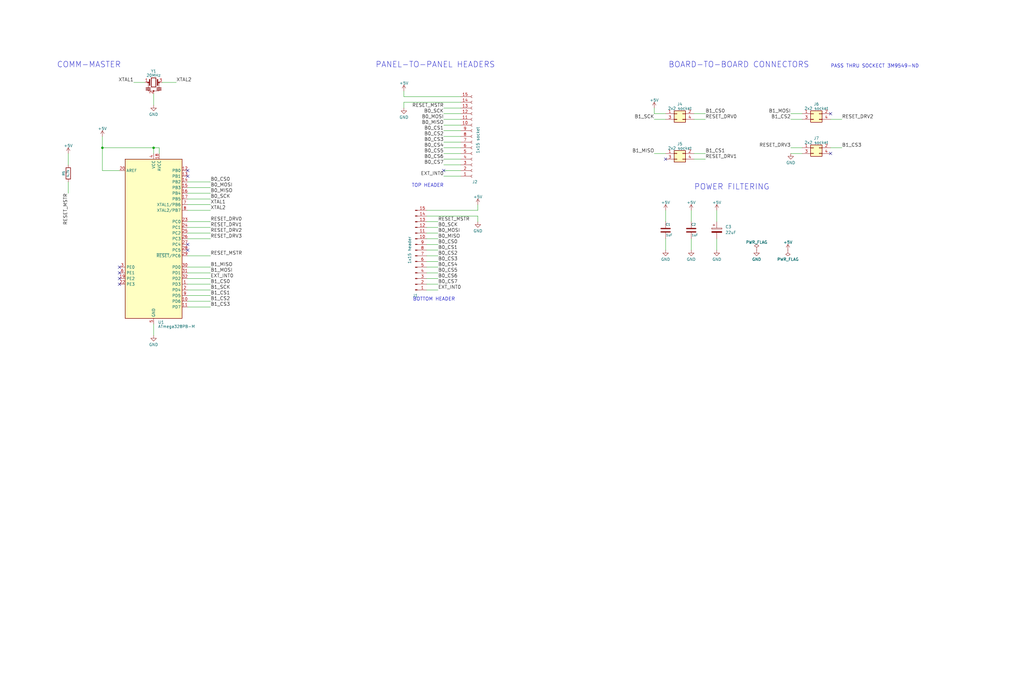
<source format=kicad_sch>
(kicad_sch (version 20230121) (generator eeschema)
  (paper "User" 457.2 304.8)
  (lib_symbols
    (symbol "Connector:Conn_01x15_Pin" (pin_names (offset 1.016) hide)
      (property "Reference" "J" (at 0 20.32 0))
      (property "Value" "Conn_01x15_Pin" (at 0 -20.32 0))
      (symbol "Conn_01x15_Pin_1_1"
        (polyline (pts (xy 1.27 -17.78) (xy 0.8636 -17.78)) (stroke (width 0.1524)))
        (polyline (pts (xy 1.27 -15.24) (xy 0.8636 -15.24)) (stroke (width 0.1524)))
        (polyline (pts (xy 1.27 -12.7) (xy 0.8636 -12.7)) (stroke (width 0.1524)))
        (polyline (pts (xy 1.27 -10.16) (xy 0.8636 -10.16)) (stroke (width 0.1524)))
        (polyline (pts (xy 1.27 -7.62) (xy 0.8636 -7.62)) (stroke (width 0.1524)))
        (polyline (pts (xy 1.27 -5.08) (xy 0.8636 -5.08)) (stroke (width 0.1524)))
        (polyline (pts (xy 1.27 -2.54) (xy 0.8636 -2.54)) (stroke (width 0.1524)))
        (polyline (pts (xy 1.27 0) (xy 0.8636 0)) (stroke (width 0.1524)))
        (polyline (pts (xy 1.27 2.54) (xy 0.8636 2.54)) (stroke (width 0.1524)))
        (polyline (pts (xy 1.27 5.08) (xy 0.8636 5.08)) (stroke (width 0.1524)))
        (polyline (pts (xy 1.27 7.62) (xy 0.8636 7.62)) (stroke (width 0.1524)))
        (polyline (pts (xy 1.27 10.16) (xy 0.8636 10.16)) (stroke (width 0.1524)))
        (polyline (pts (xy 1.27 12.7) (xy 0.8636 12.7)) (stroke (width 0.1524)))
        (polyline (pts (xy 1.27 15.24) (xy 0.8636 15.24)) (stroke (width 0.1524)))
        (polyline (pts (xy 1.27 17.78) (xy 0.8636 17.78)) (stroke (width 0.1524)))
        (rectangle (start 0.8636 -17.653) (end 0 -17.907) (stroke (width 0.1524)) (fill (type outline)))
        (rectangle (start 0.8636 -15.113) (end 0 -15.367) (stroke (width 0.1524)) (fill (type outline)))
        (rectangle (start 0.8636 -12.573) (end 0 -12.827) (stroke (width 0.1524)) (fill (type outline)))
        (rectangle (start 0.8636 -10.033) (end 0 -10.287) (stroke (width 0.1524)) (fill (type outline)))
        (rectangle (start 0.8636 -7.493) (end 0 -7.747) (stroke (width 0.1524)) (fill (type outline)))
        (rectangle (start 0.8636 -4.953) (end 0 -5.207) (stroke (width 0.1524)) (fill (type outline)))
        (rectangle (start 0.8636 -2.413) (end 0 -2.667) (stroke (width 0.1524)) (fill (type outline)))
        (rectangle (start 0.8636 0.127) (end 0 -0.127) (stroke (width 0.1524)) (fill (type outline)))
        (rectangle (start 0.8636 2.667) (end 0 2.413) (stroke (width 0.1524)) (fill (type outline)))
        (rectangle (start 0.8636 5.207) (end 0 4.953) (stroke (width 0.1524)) (fill (type outline)))
        (rectangle (start 0.8636 7.747) (end 0 7.493) (stroke (width 0.1524)) (fill (type outline)))
        (rectangle (start 0.8636 10.287) (end 0 10.033) (stroke (width 0.1524)) (fill (type outline)))
        (rectangle (start 0.8636 12.827) (end 0 12.573) (stroke (width 0.1524)) (fill (type outline)))
        (rectangle (start 0.8636 15.367) (end 0 15.113) (stroke (width 0.1524)) (fill (type outline)))
        (rectangle (start 0.8636 17.907) (end 0 17.653) (stroke (width 0.1524)) (fill (type outline)))
        (pin passive line (at 5.08 17.78 180) (length 3.81) (name "Pin_1") (number "1"))
        (pin passive line (at 5.08 -5.08 180) (length 3.81) (name "Pin_10") (number "10"))
        (pin passive line (at 5.08 -7.62 180) (length 3.81) (name "Pin_11") (number "11"))
        (pin passive line (at 5.08 -10.16 180) (length 3.81) (name "Pin_12") (number "12"))
        (pin passive line (at 5.08 -12.7 180) (length 3.81) (name "Pin_13") (number "13"))
        (pin passive line (at 5.08 -15.24 180) (length 3.81) (name "Pin_14") (number "14"))
        (pin passive line (at 5.08 -17.78 180) (length 3.81) (name "Pin_15") (number "15"))
        (pin passive line (at 5.08 15.24 180) (length 3.81) (name "Pin_2") (number "2"))
        (pin passive line (at 5.08 12.7 180) (length 3.81) (name "Pin_3") (number "3"))
        (pin passive line (at 5.08 10.16 180) (length 3.81) (name "Pin_4") (number "4"))
        (pin passive line (at 5.08 7.62 180) (length 3.81) (name "Pin_5") (number "5"))
        (pin passive line (at 5.08 5.08 180) (length 3.81) (name "Pin_6") (number "6"))
        (pin passive line (at 5.08 2.54 180) (length 3.81) (name "Pin_7") (number "7"))
        (pin passive line (at 5.08 0 180) (length 3.81) (name "Pin_8") (number "8"))
        (pin passive line (at 5.08 -2.54 180) (length 3.81) (name "Pin_9") (number "9"))
      )
    )
    (symbol "Connector:Conn_01x15_Socket" (pin_names (offset 1.016) hide)
      (property "Reference" "J" (at 0 20.32 0))
      (property "Value" "Conn_01x15_Socket" (at 0 -20.32 0))
      (symbol "Conn_01x15_Socket_1_1"
        (arc (start 0 -17.272) (mid -0.5058 -17.78) (end 0 -18.288) (stroke (width 0.1524)))
        (arc (start 0 -14.732) (mid -0.5058 -15.24) (end 0 -15.748) (stroke (width 0.1524)))
        (arc (start 0 -12.192) (mid -0.5058 -12.7) (end 0 -13.208) (stroke (width 0.1524)))
        (arc (start 0 -9.652) (mid -0.5058 -10.16) (end 0 -10.668) (stroke (width 0.1524)))
        (arc (start 0 -7.112) (mid -0.5058 -7.62) (end 0 -8.128) (stroke (width 0.1524)))
        (arc (start 0 -4.572) (mid -0.5058 -5.08) (end 0 -5.588) (stroke (width 0.1524)))
        (arc (start 0 -2.032) (mid -0.5058 -2.54) (end 0 -3.048) (stroke (width 0.1524)))
        (polyline (pts (xy -1.27 -17.78) (xy -0.508 -17.78)) (stroke (width 0.1524)))
        (polyline (pts (xy -1.27 -15.24) (xy -0.508 -15.24)) (stroke (width 0.1524)))
        (polyline (pts (xy -1.27 -12.7) (xy -0.508 -12.7)) (stroke (width 0.1524)))
        (polyline (pts (xy -1.27 -10.16) (xy -0.508 -10.16)) (stroke (width 0.1524)))
        (polyline (pts (xy -1.27 -7.62) (xy -0.508 -7.62)) (stroke (width 0.1524)))
        (polyline (pts (xy -1.27 -5.08) (xy -0.508 -5.08)) (stroke (width 0.1524)))
        (polyline (pts (xy -1.27 -2.54) (xy -0.508 -2.54)) (stroke (width 0.1524)))
        (polyline (pts (xy -1.27 0) (xy -0.508 0)) (stroke (width 0.1524)))
        (polyline (pts (xy -1.27 2.54) (xy -0.508 2.54)) (stroke (width 0.1524)))
        (polyline (pts (xy -1.27 5.08) (xy -0.508 5.08)) (stroke (width 0.1524)))
        (polyline (pts (xy -1.27 7.62) (xy -0.508 7.62)) (stroke (width 0.1524)))
        (polyline (pts (xy -1.27 10.16) (xy -0.508 10.16)) (stroke (width 0.1524)))
        (polyline (pts (xy -1.27 12.7) (xy -0.508 12.7)) (stroke (width 0.1524)))
        (polyline (pts (xy -1.27 15.24) (xy -0.508 15.24)) (stroke (width 0.1524)))
        (polyline (pts (xy -1.27 17.78) (xy -0.508 17.78)) (stroke (width 0.1524)))
        (arc (start 0 0.508) (mid -0.5058 0) (end 0 -0.508) (stroke (width 0.1524)))
        (arc (start 0 3.048) (mid -0.5058 2.54) (end 0 2.032) (stroke (width 0.1524)))
        (arc (start 0 5.588) (mid -0.5058 5.08) (end 0 4.572) (stroke (width 0.1524)))
        (arc (start 0 8.128) (mid -0.5058 7.62) (end 0 7.112) (stroke (width 0.1524)))
        (arc (start 0 10.668) (mid -0.5058 10.16) (end 0 9.652) (stroke (width 0.1524)))
        (arc (start 0 13.208) (mid -0.5058 12.7) (end 0 12.192) (stroke (width 0.1524)))
        (arc (start 0 15.748) (mid -0.5058 15.24) (end 0 14.732) (stroke (width 0.1524)))
        (arc (start 0 18.288) (mid -0.5058 17.78) (end 0 17.272) (stroke (width 0.1524)))
        (pin passive line (at -5.08 17.78 0) (length 3.81) (name "Pin_1") (number "1"))
        (pin passive line (at -5.08 -5.08 0) (length 3.81) (name "Pin_10") (number "10"))
        (pin passive line (at -5.08 -7.62 0) (length 3.81) (name "Pin_11") (number "11"))
        (pin passive line (at -5.08 -10.16 0) (length 3.81) (name "Pin_12") (number "12"))
        (pin passive line (at -5.08 -12.7 0) (length 3.81) (name "Pin_13") (number "13"))
        (pin passive line (at -5.08 -15.24 0) (length 3.81) (name "Pin_14") (number "14"))
        (pin passive line (at -5.08 -17.78 0) (length 3.81) (name "Pin_15") (number "15"))
        (pin passive line (at -5.08 15.24 0) (length 3.81) (name "Pin_2") (number "2"))
        (pin passive line (at -5.08 12.7 0) (length 3.81) (name "Pin_3") (number "3"))
        (pin passive line (at -5.08 10.16 0) (length 3.81) (name "Pin_4") (number "4"))
        (pin passive line (at -5.08 7.62 0) (length 3.81) (name "Pin_5") (number "5"))
        (pin passive line (at -5.08 5.08 0) (length 3.81) (name "Pin_6") (number "6"))
        (pin passive line (at -5.08 2.54 0) (length 3.81) (name "Pin_7") (number "7"))
        (pin passive line (at -5.08 0 0) (length 3.81) (name "Pin_8") (number "8"))
        (pin passive line (at -5.08 -2.54 0) (length 3.81) (name "Pin_9") (number "9"))
      )
    )
    (symbol "Connector_Generic:Conn_02x02_Odd_Even" (pin_names (offset 1.016) hide)
      (property "Reference" "J" (at 1.27 2.54 0))
      (property "Value" "Conn_02x02_Odd_Even" (at 1.27 -5.08 0))
      (symbol "Conn_02x02_Odd_Even_1_1"
        (rectangle (start -1.27 -2.413) (end 0 -2.667) (stroke (width 0.1524)))
        (rectangle (start -1.27 0.127) (end 0 -0.127) (stroke (width 0.1524)))
        (rectangle (start -1.27 1.27) (end 3.81 -3.81) (stroke (width 0.254)) (fill (type background)))
        (rectangle (start 3.81 -2.413) (end 2.54 -2.667) (stroke (width 0.1524)))
        (rectangle (start 3.81 0.127) (end 2.54 -0.127) (stroke (width 0.1524)))
        (pin passive line (at -5.08 0 0) (length 3.81) (name "Pin_1") (number "1"))
        (pin passive line (at 7.62 0 180) (length 3.81) (name "Pin_2") (number "2"))
        (pin passive line (at -5.08 -2.54 0) (length 3.81) (name "Pin_3") (number "3"))
        (pin passive line (at 7.62 -2.54 180) (length 3.81) (name "Pin_4") (number "4"))
      )
    )
    (symbol "Device:C" (pin_numbers hide) (pin_names (offset 0.254))
      (property "Reference" "C" (at 0.635 2.54 0))
      (property "Value" "C" (at 0.635 -2.54 0))
      (symbol "C_0_1"
        (polyline (pts (xy -2.032 -0.762) (xy 2.032 -0.762)) (stroke (width 0.508)))
        (polyline (pts (xy -2.032 0.762) (xy 2.032 0.762)) (stroke (width 0.508)))
      )
      (symbol "C_1_1"
        (pin passive line (at 0 3.81 270) (length 2.794) (name "~") (number "1"))
        (pin passive line (at 0 -3.81 90) (length 2.794) (name "~") (number "2"))
      )
    )
    (symbol "Device:C_Polarized" (pin_numbers hide) (pin_names (offset 0.254))
      (property "Reference" "C" (at 0.635 2.54 0))
      (property "Value" "C_Polarized" (at 0.635 -2.54 0))
      (symbol "C_Polarized_0_1"
        (rectangle (start -2.286 0.508) (end 2.286 1.016))
        (polyline (pts (xy -1.778 2.286) (xy -0.762 2.286)))
        (polyline (pts (xy -1.27 2.794) (xy -1.27 1.778)))
        (rectangle (start 2.286 -0.508) (end -2.286 -1.016) (fill (type outline)))
      )
      (symbol "C_Polarized_1_1"
        (pin passive line (at 0 3.81 270) (length 2.794) (name "~") (number "1"))
        (pin passive line (at 0 -3.81 90) (length 2.794) (name "~") (number "2"))
      )
    )
    (symbol "Device:R" (pin_numbers hide) (pin_names (offset 0))
      (property "Reference" "R" (at 2.032 0 90))
      (property "Value" "R" (at 0 0 90))
      (symbol "R_0_1"
        (rectangle (start -1.016 -2.54) (end 1.016 2.54) (stroke (width 0.254)))
      )
      (symbol "R_1_1"
        (pin passive line (at 0 3.81 270) (length 1.27) (name "~") (number "1"))
        (pin passive line (at 0 -3.81 90) (length 1.27) (name "~") (number "2"))
      )
    )
    (symbol "Device:Resonator" (pin_names (offset 1.016) hide)
      (property "Reference" "Y" (at 0 5.715 0))
      (property "Value" "Resonator" (at 0 3.81 0))
      (symbol "Resonator_0_1"
        (rectangle (start -3.429 -3.175) (end -1.397 -3.429) (fill (type outline)))
        (rectangle (start -3.429 -2.413) (end -1.397 -2.667) (fill (type outline)))
        (circle (center -2.413 0) (radius 0.254) (fill (type outline)))
        (rectangle (start -1.016 2.032) (end 1.016 -2.032) (stroke (width 0.3048)))
        (circle (center 0 -3.81) (radius 0.254) (fill (type outline)))
        (polyline (pts (xy -2.413 -2.413) (xy -2.413 0)))
        (polyline (pts (xy -1.905 0) (xy -3.175 0)))
        (polyline (pts (xy -1.778 -1.27) (xy -1.778 1.27)) (stroke (width 0.508)))
        (polyline (pts (xy 1.778 -1.27) (xy 1.778 1.27)) (stroke (width 0.508)))
        (polyline (pts (xy 1.905 0) (xy 2.54 0)))
        (polyline (pts (xy 2.413 0) (xy 2.413 -2.54)))
        (polyline (pts (xy 2.413 -3.302) (xy 2.413 -3.81) (xy -2.413 -3.81) (xy -2.413 -3.302)))
        (rectangle (start 1.397 -3.175) (end 3.429 -3.429) (fill (type outline)))
        (rectangle (start 1.397 -2.413) (end 3.429 -2.667) (fill (type outline)))
        (circle (center 2.413 0) (radius 0.254) (fill (type outline)))
      )
      (symbol "Resonator_1_1"
        (pin passive line (at -3.81 0 0) (length 1.27) (name "1") (number "1"))
        (pin passive line (at 0 -5.08 90) (length 1.27) (name "2") (number "2"))
        (pin passive line (at 3.81 0 180) (length 1.27) (name "3") (number "3"))
      )
    )
    (symbol "MCU_Microchip_ATmega:ATmega328PB-M"
      (property "Reference" "U" (at -12.7 36.83 0))
      (property "Value" "ATmega328PB-M" (at 2.54 -36.83 0))
      (symbol "ATmega328PB-M_0_1"
        (rectangle (start -12.7 -35.56) (end 12.7 35.56) (stroke (width 0.254)) (fill (type background)))
      )
      (symbol "ATmega328PB-M_1_1"
        (pin bidirectional line (at 15.24 -20.32 180) (length 2.54) (name "PD3") (number "1"))
        (pin bidirectional line (at 15.24 -27.94 180) (length 2.54) (name "PD6") (number "10"))
        (pin bidirectional line (at 15.24 -30.48 180) (length 2.54) (name "PD7") (number "11"))
        (pin bidirectional line (at 15.24 30.48 180) (length 2.54) (name "PB0") (number "12"))
        (pin bidirectional line (at 15.24 27.94 180) (length 2.54) (name "PB1") (number "13"))
        (pin bidirectional line (at 15.24 25.4 180) (length 2.54) (name "PB2") (number "14"))
        (pin bidirectional line (at 15.24 22.86 180) (length 2.54) (name "PB3") (number "15"))
        (pin bidirectional line (at 15.24 20.32 180) (length 2.54) (name "PB4") (number "16"))
        (pin bidirectional line (at 15.24 17.78 180) (length 2.54) (name "PB5") (number "17"))
        (pin power_in line (at 2.54 38.1 270) (length 2.54) (name "AVCC") (number "18"))
        (pin bidirectional line (at -15.24 -17.78 0) (length 2.54) (name "PE2") (number "19"))
        (pin bidirectional line (at 15.24 -22.86 180) (length 2.54) (name "PD4") (number "2"))
        (pin passive line (at -15.24 30.48 0) (length 2.54) (name "AREF") (number "20"))
        (pin passive line (at 0 -38.1 90) (length 2.54) hide (name "GND") (number "21"))
        (pin bidirectional line (at -15.24 -20.32 0) (length 2.54) (name "PE3") (number "22"))
        (pin bidirectional line (at 15.24 7.62 180) (length 2.54) (name "PC0") (number "23"))
        (pin bidirectional line (at 15.24 5.08 180) (length 2.54) (name "PC1") (number "24"))
        (pin bidirectional line (at 15.24 2.54 180) (length 2.54) (name "PC2") (number "25"))
        (pin bidirectional line (at 15.24 0 180) (length 2.54) (name "PC3") (number "26"))
        (pin bidirectional line (at 15.24 -2.54 180) (length 2.54) (name "PC4") (number "27"))
        (pin bidirectional line (at 15.24 -5.08 180) (length 2.54) (name "PC5") (number "28"))
        (pin bidirectional line (at 15.24 -7.62 180) (length 2.54) (name "~{RESET}/PC6") (number "29"))
        (pin bidirectional line (at -15.24 -12.7 0) (length 2.54) (name "PE0") (number "3"))
        (pin bidirectional line (at 15.24 -12.7 180) (length 2.54) (name "PD0") (number "30"))
        (pin bidirectional line (at 15.24 -15.24 180) (length 2.54) (name "PD1") (number "31"))
        (pin bidirectional line (at 15.24 -17.78 180) (length 2.54) (name "PD2") (number "32"))
        (pin passive line (at 0 -38.1 90) (length 2.54) hide (name "GND") (number "33"))
        (pin power_in line (at 0 38.1 270) (length 2.54) (name "VCC") (number "4"))
        (pin power_in line (at 0 -38.1 90) (length 2.54) (name "GND") (number "5"))
        (pin bidirectional line (at -15.24 -15.24 0) (length 2.54) (name "PE1") (number "6"))
        (pin bidirectional line (at 15.24 15.24 180) (length 2.54) (name "XTAL1/PB6") (number "7"))
        (pin bidirectional line (at 15.24 12.7 180) (length 2.54) (name "XTAL2/PB7") (number "8"))
        (pin bidirectional line (at 15.24 -25.4 180) (length 2.54) (name "PD5") (number "9"))
      )
    )
    (symbol "power:+5V" (power) (pin_names (offset 0))
      (property "Value" "+5V" (at 0 3.556 0))
      (symbol "+5V_0_1"
        (polyline (pts (xy -0.762 1.27) (xy 0 2.54)))
        (polyline (pts (xy 0 0) (xy 0 2.54)))
        (polyline (pts (xy 0 2.54) (xy 0.762 1.27)))
      )
      (symbol "+5V_1_1"
        (pin power_in line (at 0 0 90) (length 0) hide (name "+5V") (number "1"))
      )
    )
    (symbol "power:GND" (power) (pin_names (offset 0))
      (property "Value" "GND" (at 0 -3.81 0))
      (symbol "GND_0_1"
        (polyline (pts (xy 0 0) (xy 0 -1.27) (xy 1.27 -1.27) (xy 0 -2.54) (xy -1.27 -1.27) (xy 0 -1.27)))
      )
      (symbol "GND_1_1"
        (pin power_in line (at 0 0 270) (length 0) hide (name "GND") (number "1"))
      )
    )
    (symbol "power:PWR_FLAG" (power) (pin_numbers hide) (pin_names (offset 0) hide)
      (property "Value" "PWR_FLAG" (at 0 3.81 0))
      (symbol "PWR_FLAG_0_0"
        (pin power_out line (at 0 0 90) (length 0) (name "pwr") (number "1"))
      )
      (symbol "PWR_FLAG_0_1"
        (polyline (pts (xy 0 0) (xy 0 1.27) (xy -1.016 1.905) (xy 0 2.54) (xy 1.016 1.905) (xy 0 1.27)))
      )
    )
  )
  (junction (at 68.58 66.04))
  (junction (at 45.72 66.04))
  (no_connect (at 198.12 76.2))
  (no_connect (at 83.82 78.74))
  (no_connect (at 370.84 68.58))
  (no_connect (at 297.18 71.12))
  (no_connect (at 370.84 50.8))
  (no_connect (at 53.34 127))
  (no_connect (at 53.34 124.46))
  (no_connect (at 83.82 109.22))
  (no_connect (at 83.82 111.76))
  (no_connect (at 53.34 119.38))
  (no_connect (at 83.82 76.2))
  (no_connect (at 53.34 121.92))
  (wire (pts (xy 213.36 91.44) (xy 213.36 93.98)))
  (wire (pts (xy 190.5 109.22) (xy 195.58 109.22)))
  (wire (pts (xy 53.34 76.2) (xy 45.72 76.2)))
  (wire (pts (xy 198.12 78.74) (xy 205.74 78.74)))
  (wire (pts (xy 68.58 41.91) (xy 68.58 46.99)))
  (wire (pts (xy 190.5 99.06) (xy 195.58 99.06)))
  (wire (pts (xy 308.61 93.98) (xy 308.61 99.06)))
  (wire (pts (xy 180.34 45.72) (xy 205.74 45.72)))
  (wire (pts (xy 68.58 66.04) (xy 71.12 66.04)))
  (wire (pts (xy 83.82 114.3) (xy 93.98 114.3)))
  (wire (pts (xy 198.12 53.34) (xy 205.74 53.34)))
  (wire (pts (xy 353.06 66.04) (xy 358.14 66.04)))
  (wire (pts (xy 198.12 63.5) (xy 205.74 63.5)))
  (wire (pts (xy 83.82 121.92) (xy 93.98 121.92)))
  (wire (pts (xy 190.5 127) (xy 195.58 127)))
  (wire (pts (xy 292.1 48.26) (xy 292.1 50.8)))
  (wire (pts (xy 309.88 71.12) (xy 314.96 71.12)))
  (wire (pts (xy 198.12 58.42) (xy 205.74 58.42)))
  (wire (pts (xy 190.5 119.38) (xy 195.58 119.38)))
  (wire (pts (xy 292.1 53.34) (xy 297.18 53.34)))
  (wire (pts (xy 353.06 68.58) (xy 358.14 68.58)))
  (wire (pts (xy 83.82 137.16) (xy 93.98 137.16)))
  (wire (pts (xy 190.5 111.76) (xy 195.58 111.76)))
  (wire (pts (xy 320.04 106.68) (xy 320.04 111.76)))
  (wire (pts (xy 83.82 93.98) (xy 93.98 93.98)))
  (wire (pts (xy 297.18 106.68) (xy 297.18 111.76)))
  (wire (pts (xy 353.06 53.34) (xy 358.14 53.34)))
  (wire (pts (xy 198.12 76.2) (xy 205.74 76.2)))
  (wire (pts (xy 83.82 91.44) (xy 93.98 91.44)))
  (wire (pts (xy 68.58 68.58) (xy 68.58 66.04)))
  (wire (pts (xy 83.82 124.46) (xy 93.98 124.46)))
  (wire (pts (xy 83.82 129.54) (xy 93.98 129.54)))
  (wire (pts (xy 190.5 96.52) (xy 213.36 96.52)))
  (wire (pts (xy 370.84 53.34) (xy 375.92 53.34)))
  (wire (pts (xy 180.34 45.72) (xy 180.34 48.26)))
  (wire (pts (xy 83.82 119.38) (xy 93.98 119.38)))
  (wire (pts (xy 72.39 36.83) (xy 78.74 36.83)))
  (wire (pts (xy 83.82 132.08) (xy 93.98 132.08)))
  (wire (pts (xy 309.88 53.34) (xy 314.96 53.34)))
  (wire (pts (xy 297.18 50.8) (xy 292.1 50.8)))
  (wire (pts (xy 213.36 96.52) (xy 213.36 99.06)))
  (wire (pts (xy 190.5 114.3) (xy 195.58 114.3)))
  (wire (pts (xy 198.12 66.04) (xy 205.74 66.04)))
  (wire (pts (xy 198.12 71.12) (xy 205.74 71.12)))
  (wire (pts (xy 30.48 68.58) (xy 30.48 73.66)))
  (wire (pts (xy 45.72 66.04) (xy 45.72 76.2)))
  (wire (pts (xy 71.12 68.58) (xy 71.12 66.04)))
  (wire (pts (xy 198.12 73.66) (xy 205.74 73.66)))
  (wire (pts (xy 83.82 81.28) (xy 93.98 81.28)))
  (wire (pts (xy 370.84 66.04) (xy 375.92 66.04)))
  (wire (pts (xy 30.48 81.28) (xy 30.48 86.36)))
  (wire (pts (xy 198.12 68.58) (xy 205.74 68.58)))
  (wire (pts (xy 198.12 55.88) (xy 205.74 55.88)))
  (wire (pts (xy 198.12 50.8) (xy 205.74 50.8)))
  (wire (pts (xy 320.04 93.98) (xy 320.04 99.06)))
  (wire (pts (xy 198.12 60.96) (xy 205.74 60.96)))
  (wire (pts (xy 45.72 66.04) (xy 68.58 66.04)))
  (wire (pts (xy 292.1 68.58) (xy 297.18 68.58)))
  (wire (pts (xy 309.88 50.8) (xy 314.96 50.8)))
  (wire (pts (xy 353.06 50.8) (xy 358.14 50.8)))
  (wire (pts (xy 83.82 104.14) (xy 93.98 104.14)))
  (wire (pts (xy 190.5 106.68) (xy 195.58 106.68)))
  (wire (pts (xy 83.82 134.62) (xy 93.98 134.62)))
  (wire (pts (xy 190.5 121.92) (xy 195.58 121.92)))
  (wire (pts (xy 59.69 36.83) (xy 64.77 36.83)))
  (wire (pts (xy 68.58 144.78) (xy 68.58 149.86)))
  (wire (pts (xy 83.82 83.82) (xy 93.98 83.82)))
  (wire (pts (xy 83.82 127) (xy 93.98 127)))
  (wire (pts (xy 83.82 101.6) (xy 93.98 101.6)))
  (wire (pts (xy 297.18 93.98) (xy 297.18 99.06)))
  (wire (pts (xy 190.5 116.84) (xy 195.58 116.84)))
  (wire (pts (xy 83.82 86.36) (xy 93.98 86.36)))
  (wire (pts (xy 180.34 40.64) (xy 180.34 43.18)))
  (wire (pts (xy 190.5 129.54) (xy 195.58 129.54)))
  (wire (pts (xy 83.82 106.68) (xy 93.98 106.68)))
  (wire (pts (xy 190.5 93.98) (xy 213.36 93.98)))
  (wire (pts (xy 83.82 88.9) (xy 93.98 88.9)))
  (wire (pts (xy 309.88 68.58) (xy 314.96 68.58)))
  (wire (pts (xy 198.12 48.26) (xy 205.74 48.26)))
  (wire (pts (xy 180.34 43.18) (xy 205.74 43.18)))
  (wire (pts (xy 190.5 101.6) (xy 195.58 101.6)))
  (wire (pts (xy 308.61 106.68) (xy 308.61 111.76)))
  (wire (pts (xy 45.72 60.96) (xy 45.72 66.04)))
  (wire (pts (xy 190.5 104.14) (xy 195.58 104.14)))
  (wire (pts (xy 190.5 124.46) (xy 195.58 124.46)))
  (wire (pts (xy 83.82 99.06) (xy 93.98 99.06)))
  (text "PANEL-TO-PANEL HEADERS" (at 167.64 30.48 0) (effects (font (size 2.54 2.54)) (justify left bottom)))
  (text "TOP HEADER" (at 198.12 83.82 0) (effects (font (size 1.524 1.524)) (justify right bottom)))
  (text "COMM-MASTER" (at 25.4 30.48 0) (effects (font (size 2.54 2.54)) (justify left bottom)))
  (text "POWER FILTERING" (at 309.88 85.09 0) (effects (font (size 2.54 2.54)) (justify left bottom)))
  (text "BOTTOM HEADER" (at 203.2 134.62 0) (effects (font (size 1.524 1.524)) (justify right bottom)))
  (text "PASS THRU SOCKECT 3M9549-ND" (at 370.84 30.48 0) (effects (font (size 1.524 1.524)) (justify left bottom)))
  (text "BOARD-TO-BOARD CONNECTORS" (at 298.45 30.48 0) (effects (font (size 2.54 2.54)) (justify left bottom)))
  (label "B0_CS0" (at 93.98 81.28 0) (effects (font (size 1.524 1.524))))
  (label "B0_CS1" (at 198.12 58.42 180) (effects (font (size 1.524 1.524))))
  (label "B0_CS4" (at 198.12 66.04 180) (effects (font (size 1.524 1.524))))
  (label "B0_SCK" (at 195.58 101.6 0) (effects (font (size 1.524 1.524))))
  (label "B0_CS0" (at 195.58 109.22 0) (effects (font (size 1.524 1.524))))
  (label "RESET_DRV1" (at 314.96 71.12 0) (effects (font (size 1.524 1.524))))
  (label "XTAL2" (at 78.74 36.83 0) (effects (font (size 1.524 1.524))))
  (label "B0_CS5" (at 198.12 68.58 180) (effects (font (size 1.524 1.524))))
  (label "XTAL2" (at 93.98 93.98 0) (effects (font (size 1.524 1.524))))
  (label "RESET_DRV3" (at 93.98 106.68 0) (effects (font (size 1.524 1.524))))
  (label "B1_CS0" (at 314.96 50.8 0) (effects (font (size 1.524 1.524))))
  (label "B0_CS2" (at 195.58 114.3 0) (effects (font (size 1.524 1.524))))
  (label "B0_CS1" (at 195.58 111.76 0) (effects (font (size 1.524 1.524))))
  (label "RESET_MSTR" (at 30.48 86.36 270) (effects (font (size 1.524 1.524))))
  (label "RESET_MSTR" (at 93.98 114.3 0) (effects (font (size 1.524 1.524))))
  (label "B0_MOSI" (at 93.98 83.82 0) (effects (font (size 1.524 1.524))))
  (label "B0_MOSI" (at 195.58 104.14 0) (effects (font (size 1.524 1.524))))
  (label "EXT_INT0" (at 93.98 124.46 0) (effects (font (size 1.524 1.524))))
  (label "B1_CS2" (at 93.98 134.62 0) (effects (font (size 1.524 1.524))))
  (label "B1_CS1" (at 314.96 68.58 0) (effects (font (size 1.524 1.524))))
  (label "B0_MISO" (at 198.12 55.88 180) (effects (font (size 1.524 1.524))))
  (label "B0_CS4" (at 195.58 119.38 0) (effects (font (size 1.524 1.524))))
  (label "B0_CS2" (at 198.12 60.96 180) (effects (font (size 1.524 1.524))))
  (label "RESET_DRV0" (at 93.98 99.06 0) (effects (font (size 1.524 1.524))))
  (label "B0_MISO" (at 93.98 86.36 0) (effects (font (size 1.524 1.524))))
  (label "B0_CS6" (at 195.58 124.46 0) (effects (font (size 1.524 1.524))))
  (label "B1_CS2" (at 353.06 53.34 180) (effects (font (size 1.524 1.524))))
  (label "B1_CS3" (at 93.98 137.16 0) (effects (font (size 1.524 1.524))))
  (label "B1_CS1" (at 93.98 132.08 0) (effects (font (size 1.524 1.524))))
  (label "B0_CS7" (at 195.58 127 0) (effects (font (size 1.524 1.524))))
  (label "B0_CS5" (at 195.58 121.92 0) (effects (font (size 1.524 1.524))))
  (label "RESET_MSTR" (at 198.12 48.26 180) (effects (font (size 1.524 1.524))))
  (label "RESET_MSTR" (at 195.58 99.06 0) (effects (font (size 1.524 1.524))))
  (label "RESET_DRV1" (at 93.98 101.6 0) (effects (font (size 1.524 1.524))))
  (label "B1_SCK" (at 292.1 53.34 180) (effects (font (size 1.524 1.524))))
  (label "XTAL1" (at 93.98 91.44 0) (effects (font (size 1.524 1.524))))
  (label "B1_CS0" (at 93.98 127 0) (effects (font (size 1.524 1.524))))
  (label "B0_SCK" (at 198.12 50.8 180) (effects (font (size 1.524 1.524))))
  (label "B0_CS6" (at 198.12 71.12 180) (effects (font (size 1.524 1.524))))
  (label "B1_MISO" (at 292.1 68.58 180) (effects (font (size 1.524 1.524))))
  (label "XTAL1" (at 59.69 36.83 180) (effects (font (size 1.524 1.524))))
  (label "B0_SCK" (at 93.98 88.9 0) (effects (font (size 1.524 1.524))))
  (label "B0_CS7" (at 198.12 73.66 180) (effects (font (size 1.524 1.524))))
  (label "RESET_DRV0" (at 314.96 53.34 0) (effects (font (size 1.524 1.524))))
  (label "RESET_DRV2" (at 375.92 53.34 0) (effects (font (size 1.524 1.524))))
  (label "B1_SCK" (at 93.98 129.54 0) (effects (font (size 1.524 1.524))))
  (label "B0_MOSI" (at 198.12 53.34 180) (effects (font (size 1.524 1.524))))
  (label "EXT_INT0" (at 195.58 129.54 0) (effects (font (size 1.524 1.524))))
  (label "B1_MOSI" (at 353.06 50.8 180) (effects (font (size 1.524 1.524))))
  (label "B1_MISO" (at 93.98 119.38 0) (effects (font (size 1.524 1.524))))
  (label "B0_MISO" (at 195.58 106.68 0) (effects (font (size 1.524 1.524))))
  (label "B1_MOSI" (at 93.98 121.92 0) (effects (font (size 1.524 1.524))))
  (label "B1_CS3" (at 375.92 66.04 0) (effects (font (size 1.524 1.524))))
  (label "RESET_DRV2" (at 93.98 104.14 0) (effects (font (size 1.524 1.524))))
  (label "B0_CS3" (at 195.58 116.84 0) (effects (font (size 1.524 1.524))))
  (label "RESET_DRV3" (at 353.06 66.04 180) (effects (font (size 1.524 1.524))))
  (label "EXT_INT0" (at 198.12 78.74 180) (effects (font (size 1.524 1.524))))
  (label "B0_CS3" (at 198.12 63.5 180) (effects (font (size 1.524 1.524))))
  (symbol (lib_id "Device:R") (at 30.48 77.47 180) (unit 1)
    (property "Reference" "R5" (at 28.448 77.47 90) (effects (font (size 1.016 1.016))))
    (property "Value" "4.7k" (at 30.3022 77.4954 90) (effects (font (size 1.016 1.016))))
    (property "Footprint" "Resistor_SMD:R_0603_1608Metric" (effects hide))
    (property "Datasheet" "https://www.yageo.com/upload/media/product/productsearch/datasheet/rchip/PYu-RC_Group_51_RoHS_L_12.pdf" (effects hide))
    (property "PN" "RC0603JR-074K7L" (effects hide))
    (property "DigiKey PN" "311-4.7KGRCT-ND" (effects hide))
    (property "LCSC PN" "C105428" (effects hide))
  )
  (symbol (lib_id "Device:C") (at 297.18 102.87 0) (unit 1)
    (property "Reference" "C1" (at 297.18 100.33 0) (effects (font (size 1.016 1.016)) (justify left)))
    (property "Value" "1uF" (at 297.3324 105.029 0) (effects (font (size 1.016 1.016)) (justify left)))
    (property "Footprint" "Capacitor_SMD:C_0402_1005Metric" (effects hide))
    (property "Datasheet" "https://media.digikey.com/pdf/Data%20Sheets/Samsung%20PDFs/CL10B104KO8NNNC_Spec.pdf" (effects hide))
    (property "PN" "CL10B104KO8NNNC" (effects hide))
    (property "DigiKey PN" "1276-1067-1-ND" (effects hide))
    (property "LCSC PN" "C5137499" (effects hide))
  )
  (symbol (lib_id "Connector_Generic:Conn_02x02_Odd_Even") (at 302.26 68.58 0) (unit 1)
    (property "Reference" "J5" (at 303.53 64.3001 0))
    (property "Value" "2x2 socket" (at 303.53 66.2211 0))
    (property "Footprint" "Connector_PinSocket_2.54mm:PinSocket_2x02_P2.54mm_Vertical" (effects hide))
    (property "Datasheet" "https://www.te.com/commerce/DocumentDelivery/DDEController?Action=srchrtrv&DocNm=535542&DocType=Customer+Drawing&DocLang=English" (effects hide))
    (property "PN" "5-535542-2" (effects hide))
    (property "DigiKey PN" "A125237-ND" (effects hide))
    (property "LCSC Alternative" "C718234" (effects hide))
    (property "LCSC Alternative 2" "C92273" (effects hide))
  )
  (symbol (lib_id "power:+5V") (at 308.61 93.98 0) (unit 1)
    (property "Reference" "#PWR014" (effects hide))
    (property "Value" "+5V" (at 308.61 90.4781 0))
  )
  (symbol (lib_id "power:GND") (at 68.58 149.86 0) (unit 1)
    (property "Reference" "#PWR011" (effects hide))
    (property "Value" "GND" (at 68.58 153.9955 0))
  )
  (symbol (lib_id "Connector:Conn_01x15_Pin") (at 185.42 111.76 0) (mirror x) (unit 1)
    (property "Reference" "J1" (at 185.42 132.08 0))
    (property "Value" "1x15 header" (at 182.88 111.76 90))
    (property "Footprint" "Connector_PinHeader_2.54mm:PinHeader_1x15_P2.54mm_Horizontal" (effects hide))
    (property "Datasheet" "https://app.adam-tech.com/products/download/data_sheet/201281/ph1rb-xx-ua-data-sheet.pdf" (effects hide))
    (property "PN" "PH1RB-15-UA" (effects hide))
    (property "DigiKey PN" "2057-PH1RB-15-UA-ND" (effects hide))
    (property "Alternative" "S1111EC-15-ND" (effects hide))
    (property "LCSC PN" "C247916" (effects hide))
  )
  (symbol (lib_id "power:GND") (at 308.61 111.76 0) (unit 1)
    (property "Reference" "#PWR018" (effects hide))
    (property "Value" "GND" (at 308.61 115.8955 0))
  )
  (symbol (lib_id "MCU_Microchip_ATmega:ATmega328PB-M") (at 68.58 106.68 0) (unit 1)
    (property "Reference" "U1" (at 70.5359 143.9625 0) (effects (justify left)))
    (property "Value" "ATmega328PB-M" (at 70.5359 145.8835 0) (effects (justify left)))
    (property "Footprint" "Package_DFN_QFN:QFN-32-1EP_5x5mm_P0.5mm_EP3.1x3.1mm" (effects hide))
    (property "Datasheet" "http://ww1.microchip.com/downloads/en/DeviceDoc/40001906C.pdf" (effects hide))
    (property "PN" "ATmega328PB-MUR" (effects hide))
    (property "DigiKey PN" "ATMEGA328PB-MURCT-ND" (effects hide))
    (property "LCSC PN" "C2651953" (effects hide))
  )
  (symbol (lib_id "power:GND") (at 320.04 111.76 0) (unit 1)
    (property "Reference" "#PWR09" (effects hide))
    (property "Value" "GND" (at 320.04 115.8955 0))
  )
  (symbol (lib_id "Connector_Generic:Conn_02x02_Odd_Even") (at 302.26 50.8 0) (unit 1)
    (property "Reference" "J4" (at 303.53 46.5201 0))
    (property "Value" "2x2 socket" (at 303.53 48.4411 0))
    (property "Footprint" "Connector_PinSocket_2.54mm:PinSocket_2x02_P2.54mm_Vertical" (effects hide))
    (property "Datasheet" "https://www.te.com/commerce/DocumentDelivery/DDEController?Action=srchrtrv&DocNm=535542&DocType=Customer+Drawing&DocLang=English" (effects hide))
    (property "PN" "5-535542-2" (effects hide))
    (property "DigiKey PN" "A125237-ND" (effects hide))
    (property "LCSC Alternative" "C718234" (effects hide))
    (property "LCSC Alternative 2" "C92273" (effects hide))
  )
  (symbol (lib_id "power:GND") (at 213.36 99.06 0) (unit 1)
    (property "Reference" "#PWR04" (effects hide))
    (property "Value" "GND" (at 213.36 103.1955 0))
  )
  (symbol (lib_id "power:GND") (at 353.06 68.58 0) (unit 1)
    (property "Reference" "#PWR08" (effects hide))
    (property "Value" "GND" (at 353.06 72.7155 0))
  )
  (symbol (lib_id "power:GND") (at 68.58 46.99 0) (unit 1)
    (property "Reference" "#PWR03" (effects hide))
    (property "Value" "GND" (at 68.58 51.1255 0))
  )
  (symbol (lib_id "power:+5V") (at 297.18 93.98 0) (unit 1)
    (property "Reference" "#PWR016" (effects hide))
    (property "Value" "+5V" (at 297.18 90.4781 0))
  )
  (symbol (lib_id "power:+5V") (at 30.48 68.58 0) (unit 1)
    (property "Reference" "#PWR02" (effects hide))
    (property "Value" "+5V" (at 30.48 65.0781 0))
  )
  (symbol (lib_id "power:+5V") (at 292.1 48.26 0) (unit 1)
    (property "Reference" "#PWR07" (effects hide))
    (property "Value" "+5V" (at 292.1 44.7581 0))
  )
  (symbol (lib_id "Device:C_Polarized") (at 320.04 102.87 0) (unit 1)
    (property "Reference" "C3" (at 323.85 101.346 0) (effects (justify left)))
    (property "Value" "22uF" (at 323.85 103.886 0) (effects (justify left)))
    (property "Footprint" "Capacitor_SMD:C_Elec_4x5.4" (effects hide))
  )
  (symbol (lib_id "Device:C") (at 308.61 102.87 0) (unit 1)
    (property "Reference" "C2" (at 308.61 100.33 0) (effects (font (size 1.016 1.016)) (justify left)))
    (property "Value" "1uF" (at 308.7624 105.029 0) (effects (font (size 1.016 1.016)) (justify left)))
    (property "Footprint" "Capacitor_SMD:C_0402_1005Metric" (effects hide))
    (property "Datasheet" "https://media.digikey.com/pdf/Data%20Sheets/Samsung%20PDFs/CL10B104KO8NNNC_Spec.pdf" (effects hide))
    (property "PN" "CL10B104KO8NNNC" (effects hide))
    (property "DigiKey PN" "1276-1067-1-ND" (effects hide))
    (property "LCSC PN" "C5137499" (effects hide))
  )
  (symbol (lib_id "Connector_Generic:Conn_02x02_Odd_Even") (at 363.22 50.8 0) (unit 1)
    (property "Reference" "J6" (at 364.49 46.5201 0))
    (property "Value" "2x2 socket" (at 364.49 48.4411 0))
    (property "Footprint" "Connector_PinSocket_2.54mm:PinSocket_2x02_P2.54mm_Vertical" (effects hide))
    (property "Datasheet" "https://www.te.com/commerce/DocumentDelivery/DDEController?Action=srchrtrv&DocNm=535542&DocType=Customer+Drawing&DocLang=English" (effects hide))
    (property "PN" "5-535542-2" (effects hide))
    (property "DigiKey PN" "A125237-ND" (effects hide))
    (property "LCSC Alternative" "C718234" (effects hide))
    (property "LCSC Alternative 2" "C92273" (effects hide))
  )
  (symbol (lib_id "power:GND") (at 337.82 111.76 0) (unit 1)
    (property "Reference" "#PWR019" (effects hide))
    (property "Value" "GND" (at 337.82 115.8955 0))
  )
  (symbol (lib_id "Connector_Generic:Conn_02x02_Odd_Even") (at 363.22 66.04 0) (unit 1)
    (property "Reference" "J7" (at 364.49 61.7601 0))
    (property "Value" "2x2 socket" (at 364.49 63.6811 0))
    (property "Footprint" "Connector_PinSocket_2.54mm:PinSocket_2x02_P2.54mm_Vertical" (effects hide))
    (property "Datasheet" "https://www.te.com/commerce/DocumentDelivery/DDEController?Action=srchrtrv&DocNm=535542&DocType=Customer+Drawing&DocLang=English" (effects hide))
    (property "PN" "5-535542-2" (effects hide))
    (property "DigiKey PN" "A125237-ND" (effects hide))
    (property "LCSC Alternative" "C718234" (effects hide))
    (property "LCSC Alternative 2" "C92273" (effects hide))
  )
  (symbol (lib_id "power:GND") (at 297.18 111.76 0) (unit 1)
    (property "Reference" "#PWR017" (effects hide))
    (property "Value" "GND" (at 297.18 115.8955 0))
  )
  (symbol (lib_id "power:+5V") (at 320.04 93.98 0) (unit 1)
    (property "Reference" "#PWR010" (effects hide))
    (property "Value" "+5V" (at 320.04 90.4781 0))
  )
  (symbol (lib_id "power:+5V") (at 45.72 60.96 0) (unit 1)
    (property "Reference" "#PWR012" (effects hide))
    (property "Value" "+5V" (at 45.72 57.4581 0))
  )
  (symbol (lib_id "power:+5V") (at 180.34 40.64 0) (unit 1)
    (property "Reference" "#PWR06" (effects hide))
    (property "Value" "+5V" (at 180.34 37.1381 0))
  )
  (symbol (lib_id "power:+5V") (at 351.79 111.76 0) (unit 1)
    (property "Reference" "#PWR020" (effects hide))
    (property "Value" "+5V" (at 351.79 108.2581 0))
  )
  (symbol (lib_id "power:PWR_FLAG") (at 351.79 111.76 180) (unit 1)
    (property "Reference" "#FLG02" (effects hide))
    (property "Value" "PWR_FLAG" (at 351.79 115.8955 0))
  )
  (symbol (lib_id "power:PWR_FLAG") (at 337.82 111.76 0) (unit 1)
    (property "Reference" "#FLG01" (effects hide))
    (property "Value" "PWR_FLAG" (at 337.82 108.2581 0))
  )
  (symbol (lib_id "power:+5V") (at 213.36 91.44 0) (unit 1)
    (property "Reference" "#PWR01" (effects hide))
    (property "Value" "+5V" (at 213.36 87.9381 0))
  )
  (symbol (lib_id "power:GND") (at 180.34 48.26 0) (unit 1)
    (property "Reference" "#PWR05" (effects hide))
    (property "Value" "GND" (at 180.34 52.3955 0))
  )
  (symbol (lib_id "Connector:Conn_01x15_Socket") (at 210.82 60.96 0) (mirror x) (unit 1)
    (property "Reference" "J2" (at 210.82 81.28 0) (effects (justify left)))
    (property "Value" "1x15 socket" (at 213.36 68.58 90) (effects (justify right)))
    (property "Footprint" "Connector_PinSocket_2.54mm:PinSocket_1x15_P2.54mm_Horizontal" (effects hide))
    (property "Datasheet" "http://suddendocs.samtec.com/catalog_english/ssq_th.pdf" (effects hide))
    (property "PN" "SSQ-115-02-G-S-RA" (effects hide))
    (property "DigiKey PN" "612-SSQ-115-02-G-S-RA-ND" (effects hide))
    (property "DigiKey Alternative" "SAM1195-15-ND" (effects hide))
    (property "LCSC Alternative" "C2897397" (effects hide))
  )
  (symbol (lib_id "Device:Resonator") (at 68.58 36.83 0) (unit 1)
    (property "Reference" "Y1" (at 68.58 31.7627 0))
    (property "Value" "20MHz" (at 68.58 33.6837 0))
    (property "Footprint" "Crystal:Resonator_SMD_Murata_CSTxExxV-3Pin_3.0x1.1mm" (effects hide))
    (property "Datasheet" "https://www.murata.com/en/products/productdata/8801161510942/SPEC-CSTNE20M0V530000R0.pdf" (effects hide))
    (property "PN" "CSTNE20M0V530000R0" (effects hide))
    (property "DigiKey PN" "490-17953-1-ND" (effects hide))
    (property "LCSC PN" "C882604" (effects hide))
  )
)
</source>
